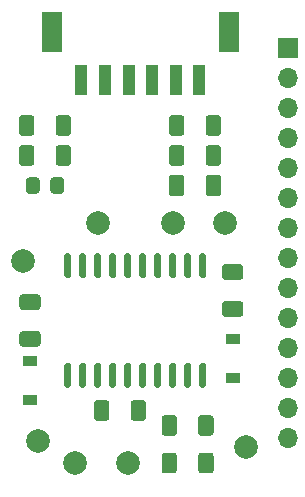
<source format=gbr>
%TF.GenerationSoftware,KiCad,Pcbnew,(5.1.10)-1*%
%TF.CreationDate,2021-09-14T14:18:59+02:00*%
%TF.ProjectId,BTS-MainBoard-Control,4254532d-4d61-4696-9e42-6f6172642d43,rev?*%
%TF.SameCoordinates,Original*%
%TF.FileFunction,Soldermask,Top*%
%TF.FilePolarity,Negative*%
%FSLAX46Y46*%
G04 Gerber Fmt 4.6, Leading zero omitted, Abs format (unit mm)*
G04 Created by KiCad (PCBNEW (5.1.10)-1) date 2021-09-14 14:18:59*
%MOMM*%
%LPD*%
G01*
G04 APERTURE LIST*
%ADD10O,1.700000X1.700000*%
%ADD11R,1.700000X1.700000*%
%ADD12R,1.000000X2.500000*%
%ADD13R,1.750000X3.450000*%
%ADD14C,2.000000*%
%ADD15R,1.200000X0.900000*%
G04 APERTURE END LIST*
D10*
%TO.C,J4*%
X86614000Y-77216000D03*
X86614000Y-74676000D03*
X86614000Y-72136000D03*
X86614000Y-69596000D03*
X86614000Y-67056000D03*
X86614000Y-64516000D03*
X86614000Y-61976000D03*
X86614000Y-59436000D03*
X86614000Y-56896000D03*
X86614000Y-54356000D03*
X86614000Y-51816000D03*
X86614000Y-49276000D03*
X86614000Y-46736000D03*
D11*
X86614000Y-44196000D03*
%TD*%
D12*
%TO.C,J3*%
X69105000Y-46910000D03*
X71105000Y-46910000D03*
X73105000Y-46910000D03*
X75105000Y-46910000D03*
X77105000Y-46910000D03*
X79105000Y-46910000D03*
D13*
X81605000Y-42910000D03*
X66605000Y-42910000D03*
%TD*%
%TO.C,U1*%
G36*
G01*
X68095000Y-63685000D02*
X67795000Y-63685000D01*
G75*
G02*
X67645000Y-63535000I0J150000D01*
G01*
X67645000Y-61785000D01*
G75*
G02*
X67795000Y-61635000I150000J0D01*
G01*
X68095000Y-61635000D01*
G75*
G02*
X68245000Y-61785000I0J-150000D01*
G01*
X68245000Y-63535000D01*
G75*
G02*
X68095000Y-63685000I-150000J0D01*
G01*
G37*
G36*
G01*
X69365000Y-63685000D02*
X69065000Y-63685000D01*
G75*
G02*
X68915000Y-63535000I0J150000D01*
G01*
X68915000Y-61785000D01*
G75*
G02*
X69065000Y-61635000I150000J0D01*
G01*
X69365000Y-61635000D01*
G75*
G02*
X69515000Y-61785000I0J-150000D01*
G01*
X69515000Y-63535000D01*
G75*
G02*
X69365000Y-63685000I-150000J0D01*
G01*
G37*
G36*
G01*
X70635000Y-63685000D02*
X70335000Y-63685000D01*
G75*
G02*
X70185000Y-63535000I0J150000D01*
G01*
X70185000Y-61785000D01*
G75*
G02*
X70335000Y-61635000I150000J0D01*
G01*
X70635000Y-61635000D01*
G75*
G02*
X70785000Y-61785000I0J-150000D01*
G01*
X70785000Y-63535000D01*
G75*
G02*
X70635000Y-63685000I-150000J0D01*
G01*
G37*
G36*
G01*
X71905000Y-63685000D02*
X71605000Y-63685000D01*
G75*
G02*
X71455000Y-63535000I0J150000D01*
G01*
X71455000Y-61785000D01*
G75*
G02*
X71605000Y-61635000I150000J0D01*
G01*
X71905000Y-61635000D01*
G75*
G02*
X72055000Y-61785000I0J-150000D01*
G01*
X72055000Y-63535000D01*
G75*
G02*
X71905000Y-63685000I-150000J0D01*
G01*
G37*
G36*
G01*
X73175000Y-63685000D02*
X72875000Y-63685000D01*
G75*
G02*
X72725000Y-63535000I0J150000D01*
G01*
X72725000Y-61785000D01*
G75*
G02*
X72875000Y-61635000I150000J0D01*
G01*
X73175000Y-61635000D01*
G75*
G02*
X73325000Y-61785000I0J-150000D01*
G01*
X73325000Y-63535000D01*
G75*
G02*
X73175000Y-63685000I-150000J0D01*
G01*
G37*
G36*
G01*
X74445000Y-63685000D02*
X74145000Y-63685000D01*
G75*
G02*
X73995000Y-63535000I0J150000D01*
G01*
X73995000Y-61785000D01*
G75*
G02*
X74145000Y-61635000I150000J0D01*
G01*
X74445000Y-61635000D01*
G75*
G02*
X74595000Y-61785000I0J-150000D01*
G01*
X74595000Y-63535000D01*
G75*
G02*
X74445000Y-63685000I-150000J0D01*
G01*
G37*
G36*
G01*
X75715000Y-63685000D02*
X75415000Y-63685000D01*
G75*
G02*
X75265000Y-63535000I0J150000D01*
G01*
X75265000Y-61785000D01*
G75*
G02*
X75415000Y-61635000I150000J0D01*
G01*
X75715000Y-61635000D01*
G75*
G02*
X75865000Y-61785000I0J-150000D01*
G01*
X75865000Y-63535000D01*
G75*
G02*
X75715000Y-63685000I-150000J0D01*
G01*
G37*
G36*
G01*
X76985000Y-63685000D02*
X76685000Y-63685000D01*
G75*
G02*
X76535000Y-63535000I0J150000D01*
G01*
X76535000Y-61785000D01*
G75*
G02*
X76685000Y-61635000I150000J0D01*
G01*
X76985000Y-61635000D01*
G75*
G02*
X77135000Y-61785000I0J-150000D01*
G01*
X77135000Y-63535000D01*
G75*
G02*
X76985000Y-63685000I-150000J0D01*
G01*
G37*
G36*
G01*
X78255000Y-63685000D02*
X77955000Y-63685000D01*
G75*
G02*
X77805000Y-63535000I0J150000D01*
G01*
X77805000Y-61785000D01*
G75*
G02*
X77955000Y-61635000I150000J0D01*
G01*
X78255000Y-61635000D01*
G75*
G02*
X78405000Y-61785000I0J-150000D01*
G01*
X78405000Y-63535000D01*
G75*
G02*
X78255000Y-63685000I-150000J0D01*
G01*
G37*
G36*
G01*
X79525000Y-63685000D02*
X79225000Y-63685000D01*
G75*
G02*
X79075000Y-63535000I0J150000D01*
G01*
X79075000Y-61785000D01*
G75*
G02*
X79225000Y-61635000I150000J0D01*
G01*
X79525000Y-61635000D01*
G75*
G02*
X79675000Y-61785000I0J-150000D01*
G01*
X79675000Y-63535000D01*
G75*
G02*
X79525000Y-63685000I-150000J0D01*
G01*
G37*
G36*
G01*
X79525000Y-72985000D02*
X79225000Y-72985000D01*
G75*
G02*
X79075000Y-72835000I0J150000D01*
G01*
X79075000Y-71085000D01*
G75*
G02*
X79225000Y-70935000I150000J0D01*
G01*
X79525000Y-70935000D01*
G75*
G02*
X79675000Y-71085000I0J-150000D01*
G01*
X79675000Y-72835000D01*
G75*
G02*
X79525000Y-72985000I-150000J0D01*
G01*
G37*
G36*
G01*
X78255000Y-72985000D02*
X77955000Y-72985000D01*
G75*
G02*
X77805000Y-72835000I0J150000D01*
G01*
X77805000Y-71085000D01*
G75*
G02*
X77955000Y-70935000I150000J0D01*
G01*
X78255000Y-70935000D01*
G75*
G02*
X78405000Y-71085000I0J-150000D01*
G01*
X78405000Y-72835000D01*
G75*
G02*
X78255000Y-72985000I-150000J0D01*
G01*
G37*
G36*
G01*
X76985000Y-72985000D02*
X76685000Y-72985000D01*
G75*
G02*
X76535000Y-72835000I0J150000D01*
G01*
X76535000Y-71085000D01*
G75*
G02*
X76685000Y-70935000I150000J0D01*
G01*
X76985000Y-70935000D01*
G75*
G02*
X77135000Y-71085000I0J-150000D01*
G01*
X77135000Y-72835000D01*
G75*
G02*
X76985000Y-72985000I-150000J0D01*
G01*
G37*
G36*
G01*
X75715000Y-72985000D02*
X75415000Y-72985000D01*
G75*
G02*
X75265000Y-72835000I0J150000D01*
G01*
X75265000Y-71085000D01*
G75*
G02*
X75415000Y-70935000I150000J0D01*
G01*
X75715000Y-70935000D01*
G75*
G02*
X75865000Y-71085000I0J-150000D01*
G01*
X75865000Y-72835000D01*
G75*
G02*
X75715000Y-72985000I-150000J0D01*
G01*
G37*
G36*
G01*
X74445000Y-72985000D02*
X74145000Y-72985000D01*
G75*
G02*
X73995000Y-72835000I0J150000D01*
G01*
X73995000Y-71085000D01*
G75*
G02*
X74145000Y-70935000I150000J0D01*
G01*
X74445000Y-70935000D01*
G75*
G02*
X74595000Y-71085000I0J-150000D01*
G01*
X74595000Y-72835000D01*
G75*
G02*
X74445000Y-72985000I-150000J0D01*
G01*
G37*
G36*
G01*
X73175000Y-72985000D02*
X72875000Y-72985000D01*
G75*
G02*
X72725000Y-72835000I0J150000D01*
G01*
X72725000Y-71085000D01*
G75*
G02*
X72875000Y-70935000I150000J0D01*
G01*
X73175000Y-70935000D01*
G75*
G02*
X73325000Y-71085000I0J-150000D01*
G01*
X73325000Y-72835000D01*
G75*
G02*
X73175000Y-72985000I-150000J0D01*
G01*
G37*
G36*
G01*
X71905000Y-72985000D02*
X71605000Y-72985000D01*
G75*
G02*
X71455000Y-72835000I0J150000D01*
G01*
X71455000Y-71085000D01*
G75*
G02*
X71605000Y-70935000I150000J0D01*
G01*
X71905000Y-70935000D01*
G75*
G02*
X72055000Y-71085000I0J-150000D01*
G01*
X72055000Y-72835000D01*
G75*
G02*
X71905000Y-72985000I-150000J0D01*
G01*
G37*
G36*
G01*
X70635000Y-72985000D02*
X70335000Y-72985000D01*
G75*
G02*
X70185000Y-72835000I0J150000D01*
G01*
X70185000Y-71085000D01*
G75*
G02*
X70335000Y-70935000I150000J0D01*
G01*
X70635000Y-70935000D01*
G75*
G02*
X70785000Y-71085000I0J-150000D01*
G01*
X70785000Y-72835000D01*
G75*
G02*
X70635000Y-72985000I-150000J0D01*
G01*
G37*
G36*
G01*
X69365000Y-72985000D02*
X69065000Y-72985000D01*
G75*
G02*
X68915000Y-72835000I0J150000D01*
G01*
X68915000Y-71085000D01*
G75*
G02*
X69065000Y-70935000I150000J0D01*
G01*
X69365000Y-70935000D01*
G75*
G02*
X69515000Y-71085000I0J-150000D01*
G01*
X69515000Y-72835000D01*
G75*
G02*
X69365000Y-72985000I-150000J0D01*
G01*
G37*
G36*
G01*
X68095000Y-72985000D02*
X67795000Y-72985000D01*
G75*
G02*
X67645000Y-72835000I0J150000D01*
G01*
X67645000Y-71085000D01*
G75*
G02*
X67795000Y-70935000I150000J0D01*
G01*
X68095000Y-70935000D01*
G75*
G02*
X68245000Y-71085000I0J-150000D01*
G01*
X68245000Y-72835000D01*
G75*
G02*
X68095000Y-72985000I-150000J0D01*
G01*
G37*
%TD*%
D14*
%TO.C,TP8*%
X73025000Y-79375000D03*
%TD*%
%TO.C,TP7*%
X83058000Y-77978000D03*
%TD*%
%TO.C,TP6*%
X65405000Y-77470000D03*
%TD*%
%TO.C,TP5*%
X68580000Y-79375000D03*
%TD*%
%TO.C,TP4*%
X81280000Y-59055000D03*
%TD*%
%TO.C,TP3*%
X76835000Y-59055000D03*
%TD*%
%TO.C,TP2*%
X70485000Y-59055000D03*
%TD*%
%TO.C,TP1*%
X64135000Y-62230000D03*
%TD*%
%TO.C,R7*%
G36*
G01*
X65140000Y-52714999D02*
X65140000Y-53965001D01*
G75*
G02*
X64890001Y-54215000I-249999J0D01*
G01*
X64089999Y-54215000D01*
G75*
G02*
X63840000Y-53965001I0J249999D01*
G01*
X63840000Y-52714999D01*
G75*
G02*
X64089999Y-52465000I249999J0D01*
G01*
X64890001Y-52465000D01*
G75*
G02*
X65140000Y-52714999I0J-249999D01*
G01*
G37*
G36*
G01*
X68240000Y-52714999D02*
X68240000Y-53965001D01*
G75*
G02*
X67990001Y-54215000I-249999J0D01*
G01*
X67189999Y-54215000D01*
G75*
G02*
X66940000Y-53965001I0J249999D01*
G01*
X66940000Y-52714999D01*
G75*
G02*
X67189999Y-52465000I249999J0D01*
G01*
X67990001Y-52465000D01*
G75*
G02*
X68240000Y-52714999I0J-249999D01*
G01*
G37*
%TD*%
%TO.C,R6*%
G36*
G01*
X79005000Y-76825001D02*
X79005000Y-75574999D01*
G75*
G02*
X79254999Y-75325000I249999J0D01*
G01*
X80055001Y-75325000D01*
G75*
G02*
X80305000Y-75574999I0J-249999D01*
G01*
X80305000Y-76825001D01*
G75*
G02*
X80055001Y-77075000I-249999J0D01*
G01*
X79254999Y-77075000D01*
G75*
G02*
X79005000Y-76825001I0J249999D01*
G01*
G37*
G36*
G01*
X75905000Y-76825001D02*
X75905000Y-75574999D01*
G75*
G02*
X76154999Y-75325000I249999J0D01*
G01*
X76955001Y-75325000D01*
G75*
G02*
X77205000Y-75574999I0J-249999D01*
G01*
X77205000Y-76825001D01*
G75*
G02*
X76955001Y-77075000I-249999J0D01*
G01*
X76154999Y-77075000D01*
G75*
G02*
X75905000Y-76825001I0J249999D01*
G01*
G37*
%TD*%
%TO.C,R5*%
G36*
G01*
X79005000Y-80000001D02*
X79005000Y-78749999D01*
G75*
G02*
X79254999Y-78500000I249999J0D01*
G01*
X80055001Y-78500000D01*
G75*
G02*
X80305000Y-78749999I0J-249999D01*
G01*
X80305000Y-80000001D01*
G75*
G02*
X80055001Y-80250000I-249999J0D01*
G01*
X79254999Y-80250000D01*
G75*
G02*
X79005000Y-80000001I0J249999D01*
G01*
G37*
G36*
G01*
X75905000Y-80000001D02*
X75905000Y-78749999D01*
G75*
G02*
X76154999Y-78500000I249999J0D01*
G01*
X76955001Y-78500000D01*
G75*
G02*
X77205000Y-78749999I0J-249999D01*
G01*
X77205000Y-80000001D01*
G75*
G02*
X76955001Y-80250000I-249999J0D01*
G01*
X76154999Y-80250000D01*
G75*
G02*
X75905000Y-80000001I0J249999D01*
G01*
G37*
%TD*%
%TO.C,R4*%
G36*
G01*
X79640000Y-51425001D02*
X79640000Y-50174999D01*
G75*
G02*
X79889999Y-49925000I249999J0D01*
G01*
X80690001Y-49925000D01*
G75*
G02*
X80940000Y-50174999I0J-249999D01*
G01*
X80940000Y-51425001D01*
G75*
G02*
X80690001Y-51675000I-249999J0D01*
G01*
X79889999Y-51675000D01*
G75*
G02*
X79640000Y-51425001I0J249999D01*
G01*
G37*
G36*
G01*
X76540000Y-51425001D02*
X76540000Y-50174999D01*
G75*
G02*
X76789999Y-49925000I249999J0D01*
G01*
X77590001Y-49925000D01*
G75*
G02*
X77840000Y-50174999I0J-249999D01*
G01*
X77840000Y-51425001D01*
G75*
G02*
X77590001Y-51675000I-249999J0D01*
G01*
X76789999Y-51675000D01*
G75*
G02*
X76540000Y-51425001I0J249999D01*
G01*
G37*
%TD*%
%TO.C,R3*%
G36*
G01*
X65140000Y-50174999D02*
X65140000Y-51425001D01*
G75*
G02*
X64890001Y-51675000I-249999J0D01*
G01*
X64089999Y-51675000D01*
G75*
G02*
X63840000Y-51425001I0J249999D01*
G01*
X63840000Y-50174999D01*
G75*
G02*
X64089999Y-49925000I249999J0D01*
G01*
X64890001Y-49925000D01*
G75*
G02*
X65140000Y-50174999I0J-249999D01*
G01*
G37*
G36*
G01*
X68240000Y-50174999D02*
X68240000Y-51425001D01*
G75*
G02*
X67990001Y-51675000I-249999J0D01*
G01*
X67189999Y-51675000D01*
G75*
G02*
X66940000Y-51425001I0J249999D01*
G01*
X66940000Y-50174999D01*
G75*
G02*
X67189999Y-49925000I249999J0D01*
G01*
X67990001Y-49925000D01*
G75*
G02*
X68240000Y-50174999I0J-249999D01*
G01*
G37*
%TD*%
%TO.C,R2*%
G36*
G01*
X79640000Y-53965001D02*
X79640000Y-52714999D01*
G75*
G02*
X79889999Y-52465000I249999J0D01*
G01*
X80690001Y-52465000D01*
G75*
G02*
X80940000Y-52714999I0J-249999D01*
G01*
X80940000Y-53965001D01*
G75*
G02*
X80690001Y-54215000I-249999J0D01*
G01*
X79889999Y-54215000D01*
G75*
G02*
X79640000Y-53965001I0J249999D01*
G01*
G37*
G36*
G01*
X76540000Y-53965001D02*
X76540000Y-52714999D01*
G75*
G02*
X76789999Y-52465000I249999J0D01*
G01*
X77590001Y-52465000D01*
G75*
G02*
X77840000Y-52714999I0J-249999D01*
G01*
X77840000Y-53965001D01*
G75*
G02*
X77590001Y-54215000I-249999J0D01*
G01*
X76789999Y-54215000D01*
G75*
G02*
X76540000Y-53965001I0J249999D01*
G01*
G37*
%TD*%
%TO.C,R1*%
G36*
G01*
X71490000Y-74304999D02*
X71490000Y-75555001D01*
G75*
G02*
X71240001Y-75805000I-249999J0D01*
G01*
X70439999Y-75805000D01*
G75*
G02*
X70190000Y-75555001I0J249999D01*
G01*
X70190000Y-74304999D01*
G75*
G02*
X70439999Y-74055000I249999J0D01*
G01*
X71240001Y-74055000D01*
G75*
G02*
X71490000Y-74304999I0J-249999D01*
G01*
G37*
G36*
G01*
X74590000Y-74304999D02*
X74590000Y-75555001D01*
G75*
G02*
X74340001Y-75805000I-249999J0D01*
G01*
X73539999Y-75805000D01*
G75*
G02*
X73290000Y-75555001I0J249999D01*
G01*
X73290000Y-74304999D01*
G75*
G02*
X73539999Y-74055000I249999J0D01*
G01*
X74340001Y-74055000D01*
G75*
G02*
X74590000Y-74304999I0J-249999D01*
G01*
G37*
%TD*%
%TO.C,D3*%
G36*
G01*
X65590000Y-55429999D02*
X65590000Y-56330001D01*
G75*
G02*
X65340001Y-56580000I-249999J0D01*
G01*
X64689999Y-56580000D01*
G75*
G02*
X64440000Y-56330001I0J249999D01*
G01*
X64440000Y-55429999D01*
G75*
G02*
X64689999Y-55180000I249999J0D01*
G01*
X65340001Y-55180000D01*
G75*
G02*
X65590000Y-55429999I0J-249999D01*
G01*
G37*
G36*
G01*
X67640000Y-55429999D02*
X67640000Y-56330001D01*
G75*
G02*
X67390001Y-56580000I-249999J0D01*
G01*
X66739999Y-56580000D01*
G75*
G02*
X66490000Y-56330001I0J249999D01*
G01*
X66490000Y-55429999D01*
G75*
G02*
X66739999Y-55180000I249999J0D01*
G01*
X67390001Y-55180000D01*
G75*
G02*
X67640000Y-55429999I0J-249999D01*
G01*
G37*
%TD*%
D15*
%TO.C,D2*%
X64770000Y-74040000D03*
X64770000Y-70740000D03*
%TD*%
%TO.C,D1*%
X81915000Y-68835000D03*
X81915000Y-72135000D03*
%TD*%
%TO.C,C8*%
G36*
G01*
X82565003Y-63870000D02*
X81264997Y-63870000D01*
G75*
G02*
X81015000Y-63620003I0J249997D01*
G01*
X81015000Y-62794997D01*
G75*
G02*
X81264997Y-62545000I249997J0D01*
G01*
X82565003Y-62545000D01*
G75*
G02*
X82815000Y-62794997I0J-249997D01*
G01*
X82815000Y-63620003D01*
G75*
G02*
X82565003Y-63870000I-249997J0D01*
G01*
G37*
G36*
G01*
X82565003Y-66995000D02*
X81264997Y-66995000D01*
G75*
G02*
X81015000Y-66745003I0J249997D01*
G01*
X81015000Y-65919997D01*
G75*
G02*
X81264997Y-65670000I249997J0D01*
G01*
X82565003Y-65670000D01*
G75*
G02*
X82815000Y-65919997I0J-249997D01*
G01*
X82815000Y-66745003D01*
G75*
G02*
X82565003Y-66995000I-249997J0D01*
G01*
G37*
%TD*%
%TO.C,C7*%
G36*
G01*
X65420003Y-66410000D02*
X64119997Y-66410000D01*
G75*
G02*
X63870000Y-66160003I0J249997D01*
G01*
X63870000Y-65334997D01*
G75*
G02*
X64119997Y-65085000I249997J0D01*
G01*
X65420003Y-65085000D01*
G75*
G02*
X65670000Y-65334997I0J-249997D01*
G01*
X65670000Y-66160003D01*
G75*
G02*
X65420003Y-66410000I-249997J0D01*
G01*
G37*
G36*
G01*
X65420003Y-69535000D02*
X64119997Y-69535000D01*
G75*
G02*
X63870000Y-69285003I0J249997D01*
G01*
X63870000Y-68459997D01*
G75*
G02*
X64119997Y-68210000I249997J0D01*
G01*
X65420003Y-68210000D01*
G75*
G02*
X65670000Y-68459997I0J-249997D01*
G01*
X65670000Y-69285003D01*
G75*
G02*
X65420003Y-69535000I-249997J0D01*
G01*
G37*
%TD*%
%TO.C,C6*%
G36*
G01*
X79640000Y-56530003D02*
X79640000Y-55229997D01*
G75*
G02*
X79889997Y-54980000I249997J0D01*
G01*
X80715003Y-54980000D01*
G75*
G02*
X80965000Y-55229997I0J-249997D01*
G01*
X80965000Y-56530003D01*
G75*
G02*
X80715003Y-56780000I-249997J0D01*
G01*
X79889997Y-56780000D01*
G75*
G02*
X79640000Y-56530003I0J249997D01*
G01*
G37*
G36*
G01*
X76515000Y-56530003D02*
X76515000Y-55229997D01*
G75*
G02*
X76764997Y-54980000I249997J0D01*
G01*
X77590003Y-54980000D01*
G75*
G02*
X77840000Y-55229997I0J-249997D01*
G01*
X77840000Y-56530003D01*
G75*
G02*
X77590003Y-56780000I-249997J0D01*
G01*
X76764997Y-56780000D01*
G75*
G02*
X76515000Y-56530003I0J249997D01*
G01*
G37*
%TD*%
M02*

</source>
